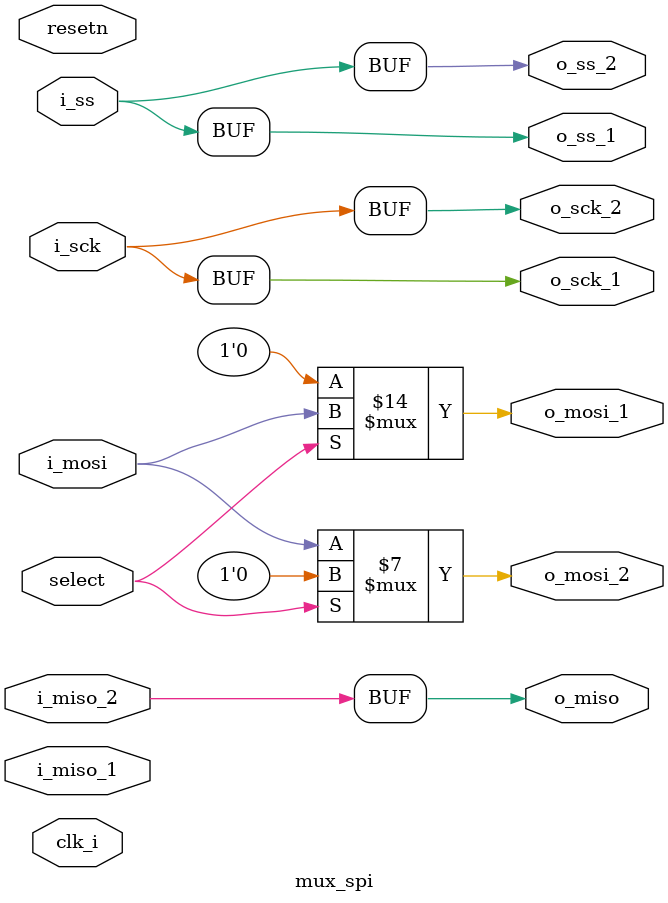
<source format=v>
`timescale 1ns / 1ps
module mux_spi(
	   input clk_i,
		input resetn,
		input select,
		
		//ENTRADA RPI3
		input  i_mosi,
		input  i_ss,
		input  i_sck,
		output reg o_miso,
		
		//SALIDA MATRIX-CORE
		output reg o_mosi_1,
		output reg o_ss_1,
		output reg o_sck_1,
		input  i_miso_1,
		
		//SALIDA NFC MODULE
		output reg o_mosi_2,
		output reg o_ss_2,
		output reg o_sck_2,
		input  i_miso_2
    );

always @(*)begin
  if (select)
		begin
			o_miso = i_miso_2;
			
			o_mosi_1 = i_mosi;
			o_ss_1 = i_ss;
			o_sck_1 = i_sck;
			
			o_mosi_2 = 0;
			o_ss_2 = i_ss;
			o_sck_2 = i_sck;
		end
  else
		begin
			o_miso = i_miso_2;
			
			o_mosi_2 = i_mosi;
			o_ss_2 = i_ss;
			o_sck_2 = i_sck;
			
			o_mosi_1 = 0;
			o_ss_1 = i_ss;
			o_sck_1 = i_sck;
		end
end


endmodule 
</source>
